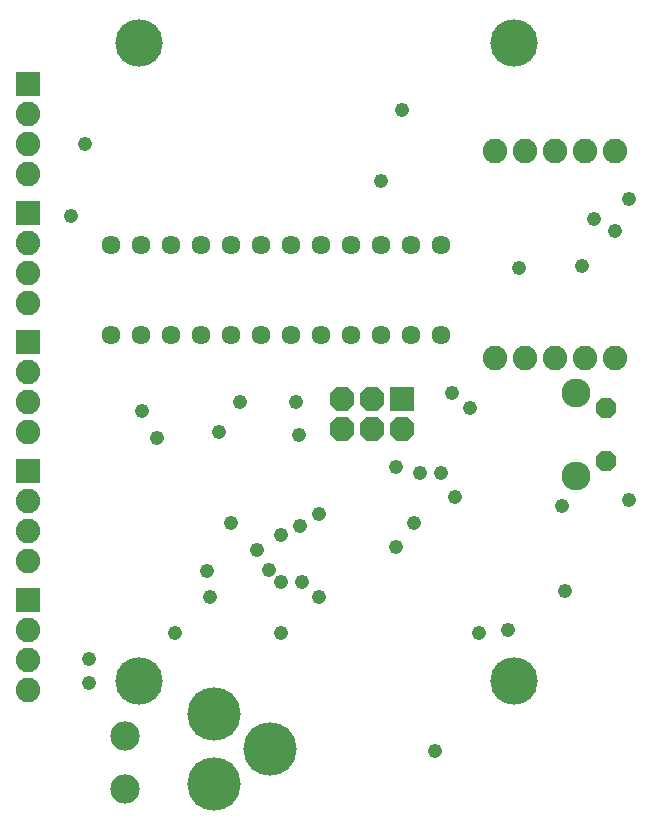
<source format=gbs>
G75*
G70*
%OFA0B0*%
%FSLAX24Y24*%
%IPPOS*%
%LPD*%
%AMOC8*
5,1,8,0,0,1.08239X$1,22.5*
%
%ADD10R,0.0820X0.0820*%
%ADD11OC8,0.0820*%
%ADD12C,0.1780*%
%ADD13C,0.0820*%
%ADD14OC8,0.0680*%
%ADD15C,0.0965*%
%ADD16C,0.0980*%
%ADD17C,0.0634*%
%ADD18C,0.0476*%
%ADD19C,0.1582*%
D10*
X001286Y009681D03*
X001286Y013984D03*
X001286Y018287D03*
X001286Y022591D03*
X001286Y026894D03*
X013767Y016370D03*
D11*
X013767Y015370D03*
X012767Y015370D03*
X012767Y016370D03*
X011767Y016370D03*
X011767Y015370D03*
D12*
X007503Y005894D03*
X007503Y003531D03*
X009353Y004713D03*
D13*
X001286Y006681D03*
X001286Y007681D03*
X001286Y008681D03*
X001286Y010984D03*
X001286Y011984D03*
X001286Y012984D03*
X001286Y015287D03*
X001286Y016287D03*
X001286Y017287D03*
X001286Y019591D03*
X001286Y020591D03*
X001286Y021591D03*
X001286Y023894D03*
X001286Y024894D03*
X001286Y025894D03*
X016849Y024638D03*
X017849Y024638D03*
X018849Y024638D03*
X019849Y024638D03*
X020849Y024638D03*
X020849Y017748D03*
X019849Y017748D03*
X018849Y017748D03*
X017849Y017748D03*
X016849Y017748D03*
D14*
X020552Y016079D03*
X020552Y014299D03*
D15*
X019572Y013809D03*
X019572Y016569D03*
D16*
X004511Y003378D03*
X004511Y005134D03*
D17*
X004062Y018512D03*
X005062Y018512D03*
X006062Y018512D03*
X007062Y018512D03*
X008062Y018512D03*
X009062Y018512D03*
X010062Y018512D03*
X011062Y018512D03*
X012062Y018512D03*
X013062Y018512D03*
X014062Y018512D03*
X015062Y018512D03*
X015062Y021512D03*
X014062Y021512D03*
X013062Y021512D03*
X012062Y021512D03*
X011062Y021512D03*
X010062Y021512D03*
X009062Y021512D03*
X008062Y021512D03*
X007062Y021512D03*
X006062Y021512D03*
X005062Y021512D03*
X004062Y021512D03*
D18*
X002739Y022472D03*
X003192Y024894D03*
X005101Y015976D03*
X005593Y015091D03*
X007660Y015287D03*
X008349Y016272D03*
X010219Y016272D03*
X010318Y015189D03*
X010975Y012563D03*
X010349Y012138D03*
X009727Y011843D03*
X009334Y010673D03*
X009727Y010268D03*
X010416Y010268D03*
X011007Y009771D03*
X009727Y008594D03*
X008940Y011350D03*
X008054Y012236D03*
X007267Y010661D03*
X007365Y009776D03*
X006184Y008594D03*
X003330Y007709D03*
X003330Y006921D03*
X013566Y011449D03*
X014156Y012236D03*
X014353Y013909D03*
X015042Y013909D03*
X015534Y013122D03*
X013566Y014106D03*
X015436Y016567D03*
X016026Y016075D03*
X019078Y012827D03*
X019176Y009972D03*
X017306Y008693D03*
X016322Y008594D03*
X014845Y004657D03*
X021341Y013024D03*
X019767Y020799D03*
X020849Y021980D03*
X020160Y022374D03*
X021341Y023063D03*
X017652Y020752D03*
X013763Y026016D03*
X013074Y023654D03*
D19*
X017480Y028246D03*
X004980Y028246D03*
X004979Y006996D03*
X017479Y006996D03*
M02*

</source>
